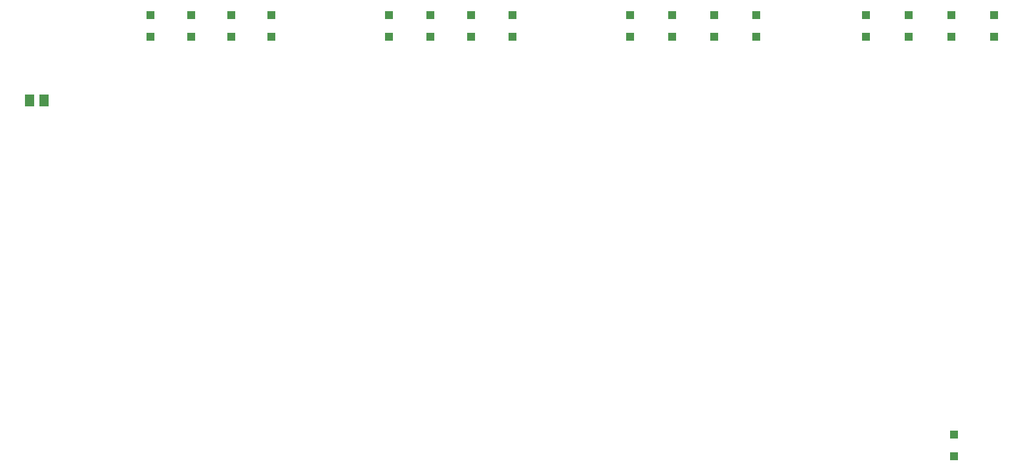
<source format=gtp>
G04 EAGLE Gerber RS-274X export*
G75*
%MOMM*%
%FSLAX34Y34*%
%LPD*%
%INSolderpaste Top*%
%IPPOS*%
%AMOC8*
5,1,8,0,0,1.08239X$1,22.5*%
G01*
%ADD10R,1.300000X1.500000*%
%ADD11R,1.100000X1.100000*%


D10*
X194625Y497900D03*
X213625Y497900D03*
D11*
X1386000Y67000D03*
X1386000Y39000D03*
X1383000Y580000D03*
X1383000Y608000D03*
X1328000Y580000D03*
X1328000Y608000D03*
X1438000Y580000D03*
X1438000Y608000D03*
X1273000Y580000D03*
X1273000Y608000D03*
X1077000Y580000D03*
X1077000Y608000D03*
X1023000Y580000D03*
X1023000Y608000D03*
X1131000Y580000D03*
X1131000Y608000D03*
X969000Y580000D03*
X969000Y608000D03*
X764000Y580000D03*
X764000Y608000D03*
X711000Y580000D03*
X711000Y608000D03*
X817000Y580000D03*
X817000Y608000D03*
X658000Y580000D03*
X658000Y608000D03*
X454556Y580000D03*
X454556Y608000D03*
X402778Y580000D03*
X402778Y608000D03*
X506333Y580000D03*
X506333Y608000D03*
X351000Y580000D03*
X351000Y608000D03*
M02*

</source>
